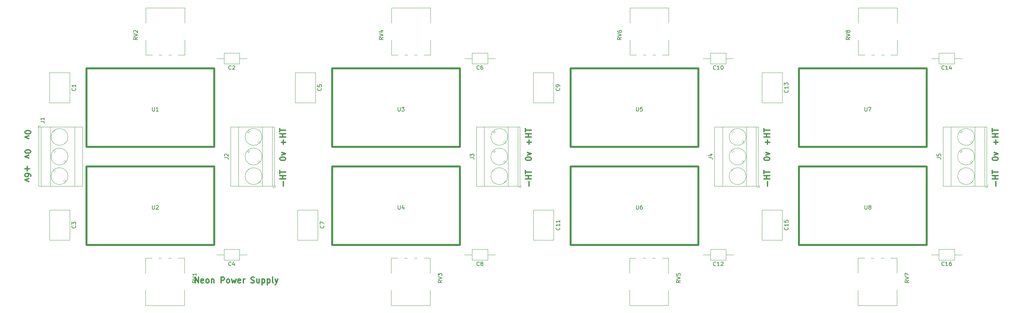
<source format=gbr>
G04 #@! TF.GenerationSoftware,KiCad,Pcbnew,(5.0.0)*
G04 #@! TF.CreationDate,2019-09-22T13:37:25+01:00*
G04 #@! TF.ProjectId,Display PSU,446973706C6179205053552E6B696361,rev?*
G04 #@! TF.SameCoordinates,Original*
G04 #@! TF.FileFunction,Legend,Top*
G04 #@! TF.FilePolarity,Positive*
%FSLAX46Y46*%
G04 Gerber Fmt 4.6, Leading zero omitted, Abs format (unit mm)*
G04 Created by KiCad (PCBNEW (5.0.0)) date 09/22/19 13:37:25*
%MOMM*%
%LPD*%
G01*
G04 APERTURE LIST*
%ADD10C,0.300000*%
%ADD11C,0.500000*%
%ADD12C,0.120000*%
%ADD13C,0.150000*%
G04 APERTURE END LIST*
D10*
X277943571Y-61602857D02*
X277943571Y-61460000D01*
X278015000Y-61317142D01*
X278086428Y-61245714D01*
X278229285Y-61174285D01*
X278515000Y-61102857D01*
X278872142Y-61102857D01*
X279157857Y-61174285D01*
X279300714Y-61245714D01*
X279372142Y-61317142D01*
X279443571Y-61460000D01*
X279443571Y-61602857D01*
X279372142Y-61745714D01*
X279300714Y-61817142D01*
X279157857Y-61888571D01*
X278872142Y-61960000D01*
X278515000Y-61960000D01*
X278229285Y-61888571D01*
X278086428Y-61817142D01*
X278015000Y-61745714D01*
X277943571Y-61602857D01*
X278443571Y-60602857D02*
X279443571Y-60245714D01*
X278443571Y-59888571D01*
X278872142Y-68603571D02*
X278872142Y-67460714D01*
X279443571Y-66746428D02*
X277943571Y-66746428D01*
X278657857Y-66746428D02*
X278657857Y-65889285D01*
X279443571Y-65889285D02*
X277943571Y-65889285D01*
X277943571Y-65389285D02*
X277943571Y-64532142D01*
X279443571Y-64960714D02*
X277943571Y-64960714D01*
X278872142Y-57808571D02*
X278872142Y-56665714D01*
X279443571Y-57237142D02*
X278300714Y-57237142D01*
X279443571Y-55951428D02*
X277943571Y-55951428D01*
X278657857Y-55951428D02*
X278657857Y-55094285D01*
X279443571Y-55094285D02*
X277943571Y-55094285D01*
X277943571Y-54594285D02*
X277943571Y-53737142D01*
X279443571Y-54165714D02*
X277943571Y-54165714D01*
X219817142Y-68603571D02*
X219817142Y-67460714D01*
X220388571Y-66746428D02*
X218888571Y-66746428D01*
X219602857Y-66746428D02*
X219602857Y-65889285D01*
X220388571Y-65889285D02*
X218888571Y-65889285D01*
X218888571Y-65389285D02*
X218888571Y-64532142D01*
X220388571Y-64960714D02*
X218888571Y-64960714D01*
X218888571Y-61602857D02*
X218888571Y-61460000D01*
X218960000Y-61317142D01*
X219031428Y-61245714D01*
X219174285Y-61174285D01*
X219460000Y-61102857D01*
X219817142Y-61102857D01*
X220102857Y-61174285D01*
X220245714Y-61245714D01*
X220317142Y-61317142D01*
X220388571Y-61460000D01*
X220388571Y-61602857D01*
X220317142Y-61745714D01*
X220245714Y-61817142D01*
X220102857Y-61888571D01*
X219817142Y-61960000D01*
X219460000Y-61960000D01*
X219174285Y-61888571D01*
X219031428Y-61817142D01*
X218960000Y-61745714D01*
X218888571Y-61602857D01*
X219388571Y-60602857D02*
X220388571Y-60245714D01*
X219388571Y-59888571D01*
X219817142Y-57808571D02*
X219817142Y-56665714D01*
X220388571Y-57237142D02*
X219245714Y-57237142D01*
X220388571Y-55951428D02*
X218888571Y-55951428D01*
X219602857Y-55951428D02*
X219602857Y-55094285D01*
X220388571Y-55094285D02*
X218888571Y-55094285D01*
X218888571Y-54594285D02*
X218888571Y-53737142D01*
X220388571Y-54165714D02*
X218888571Y-54165714D01*
X158222142Y-57808571D02*
X158222142Y-56665714D01*
X158793571Y-57237142D02*
X157650714Y-57237142D01*
X158793571Y-55951428D02*
X157293571Y-55951428D01*
X158007857Y-55951428D02*
X158007857Y-55094285D01*
X158793571Y-55094285D02*
X157293571Y-55094285D01*
X157293571Y-54594285D02*
X157293571Y-53737142D01*
X158793571Y-54165714D02*
X157293571Y-54165714D01*
X158222142Y-68603571D02*
X158222142Y-67460714D01*
X158793571Y-66746428D02*
X157293571Y-66746428D01*
X158007857Y-66746428D02*
X158007857Y-65889285D01*
X158793571Y-65889285D02*
X157293571Y-65889285D01*
X157293571Y-65389285D02*
X157293571Y-64532142D01*
X158793571Y-64960714D02*
X157293571Y-64960714D01*
X157293571Y-61602857D02*
X157293571Y-61460000D01*
X157365000Y-61317142D01*
X157436428Y-61245714D01*
X157579285Y-61174285D01*
X157865000Y-61102857D01*
X158222142Y-61102857D01*
X158507857Y-61174285D01*
X158650714Y-61245714D01*
X158722142Y-61317142D01*
X158793571Y-61460000D01*
X158793571Y-61602857D01*
X158722142Y-61745714D01*
X158650714Y-61817142D01*
X158507857Y-61888571D01*
X158222142Y-61960000D01*
X157865000Y-61960000D01*
X157579285Y-61888571D01*
X157436428Y-61817142D01*
X157365000Y-61745714D01*
X157293571Y-61602857D01*
X157793571Y-60602857D02*
X158793571Y-60245714D01*
X157793571Y-59888571D01*
X29396428Y-54602142D02*
X29396428Y-54745000D01*
X29325000Y-54887857D01*
X29253571Y-54959285D01*
X29110714Y-55030714D01*
X28825000Y-55102142D01*
X28467857Y-55102142D01*
X28182142Y-55030714D01*
X28039285Y-54959285D01*
X27967857Y-54887857D01*
X27896428Y-54745000D01*
X27896428Y-54602142D01*
X27967857Y-54459285D01*
X28039285Y-54387857D01*
X28182142Y-54316428D01*
X28467857Y-54245000D01*
X28825000Y-54245000D01*
X29110714Y-54316428D01*
X29253571Y-54387857D01*
X29325000Y-54459285D01*
X29396428Y-54602142D01*
X28896428Y-55602142D02*
X27896428Y-55959285D01*
X28896428Y-56316428D01*
X94722142Y-68603571D02*
X94722142Y-67460714D01*
X95293571Y-66746428D02*
X93793571Y-66746428D01*
X94507857Y-66746428D02*
X94507857Y-65889285D01*
X95293571Y-65889285D02*
X93793571Y-65889285D01*
X93793571Y-65389285D02*
X93793571Y-64532142D01*
X95293571Y-64960714D02*
X93793571Y-64960714D01*
X94722142Y-57808571D02*
X94722142Y-56665714D01*
X95293571Y-57237142D02*
X94150714Y-57237142D01*
X95293571Y-55951428D02*
X93793571Y-55951428D01*
X94507857Y-55951428D02*
X94507857Y-55094285D01*
X95293571Y-55094285D02*
X93793571Y-55094285D01*
X93793571Y-54594285D02*
X93793571Y-53737142D01*
X95293571Y-54165714D02*
X93793571Y-54165714D01*
X93793571Y-61602857D02*
X93793571Y-61460000D01*
X93865000Y-61317142D01*
X93936428Y-61245714D01*
X94079285Y-61174285D01*
X94365000Y-61102857D01*
X94722142Y-61102857D01*
X95007857Y-61174285D01*
X95150714Y-61245714D01*
X95222142Y-61317142D01*
X95293571Y-61460000D01*
X95293571Y-61602857D01*
X95222142Y-61745714D01*
X95150714Y-61817142D01*
X95007857Y-61888571D01*
X94722142Y-61960000D01*
X94365000Y-61960000D01*
X94079285Y-61888571D01*
X93936428Y-61817142D01*
X93865000Y-61745714D01*
X93793571Y-61602857D01*
X94293571Y-60602857D02*
X95293571Y-60245714D01*
X94293571Y-59888571D01*
X71887857Y-93678571D02*
X71887857Y-92178571D01*
X72745000Y-93678571D01*
X72745000Y-92178571D01*
X74030714Y-93607142D02*
X73887857Y-93678571D01*
X73602142Y-93678571D01*
X73459285Y-93607142D01*
X73387857Y-93464285D01*
X73387857Y-92892857D01*
X73459285Y-92750000D01*
X73602142Y-92678571D01*
X73887857Y-92678571D01*
X74030714Y-92750000D01*
X74102142Y-92892857D01*
X74102142Y-93035714D01*
X73387857Y-93178571D01*
X74959285Y-93678571D02*
X74816428Y-93607142D01*
X74745000Y-93535714D01*
X74673571Y-93392857D01*
X74673571Y-92964285D01*
X74745000Y-92821428D01*
X74816428Y-92750000D01*
X74959285Y-92678571D01*
X75173571Y-92678571D01*
X75316428Y-92750000D01*
X75387857Y-92821428D01*
X75459285Y-92964285D01*
X75459285Y-93392857D01*
X75387857Y-93535714D01*
X75316428Y-93607142D01*
X75173571Y-93678571D01*
X74959285Y-93678571D01*
X76102142Y-92678571D02*
X76102142Y-93678571D01*
X76102142Y-92821428D02*
X76173571Y-92750000D01*
X76316428Y-92678571D01*
X76530714Y-92678571D01*
X76673571Y-92750000D01*
X76745000Y-92892857D01*
X76745000Y-93678571D01*
X78602142Y-93678571D02*
X78602142Y-92178571D01*
X79173571Y-92178571D01*
X79316428Y-92250000D01*
X79387857Y-92321428D01*
X79459285Y-92464285D01*
X79459285Y-92678571D01*
X79387857Y-92821428D01*
X79316428Y-92892857D01*
X79173571Y-92964285D01*
X78602142Y-92964285D01*
X80316428Y-93678571D02*
X80173571Y-93607142D01*
X80102142Y-93535714D01*
X80030714Y-93392857D01*
X80030714Y-92964285D01*
X80102142Y-92821428D01*
X80173571Y-92750000D01*
X80316428Y-92678571D01*
X80530714Y-92678571D01*
X80673571Y-92750000D01*
X80745000Y-92821428D01*
X80816428Y-92964285D01*
X80816428Y-93392857D01*
X80745000Y-93535714D01*
X80673571Y-93607142D01*
X80530714Y-93678571D01*
X80316428Y-93678571D01*
X81316428Y-92678571D02*
X81602142Y-93678571D01*
X81887857Y-92964285D01*
X82173571Y-93678571D01*
X82459285Y-92678571D01*
X83602142Y-93607142D02*
X83459285Y-93678571D01*
X83173571Y-93678571D01*
X83030714Y-93607142D01*
X82959285Y-93464285D01*
X82959285Y-92892857D01*
X83030714Y-92750000D01*
X83173571Y-92678571D01*
X83459285Y-92678571D01*
X83602142Y-92750000D01*
X83673571Y-92892857D01*
X83673571Y-93035714D01*
X82959285Y-93178571D01*
X84316428Y-93678571D02*
X84316428Y-92678571D01*
X84316428Y-92964285D02*
X84387857Y-92821428D01*
X84459285Y-92750000D01*
X84602142Y-92678571D01*
X84745000Y-92678571D01*
X86316428Y-93607142D02*
X86530714Y-93678571D01*
X86887857Y-93678571D01*
X87030714Y-93607142D01*
X87102142Y-93535714D01*
X87173571Y-93392857D01*
X87173571Y-93250000D01*
X87102142Y-93107142D01*
X87030714Y-93035714D01*
X86887857Y-92964285D01*
X86602142Y-92892857D01*
X86459285Y-92821428D01*
X86387857Y-92750000D01*
X86316428Y-92607142D01*
X86316428Y-92464285D01*
X86387857Y-92321428D01*
X86459285Y-92250000D01*
X86602142Y-92178571D01*
X86959285Y-92178571D01*
X87173571Y-92250000D01*
X88459285Y-92678571D02*
X88459285Y-93678571D01*
X87816428Y-92678571D02*
X87816428Y-93464285D01*
X87887857Y-93607142D01*
X88030714Y-93678571D01*
X88245000Y-93678571D01*
X88387857Y-93607142D01*
X88459285Y-93535714D01*
X89173571Y-92678571D02*
X89173571Y-94178571D01*
X89173571Y-92750000D02*
X89316428Y-92678571D01*
X89602142Y-92678571D01*
X89745000Y-92750000D01*
X89816428Y-92821428D01*
X89887857Y-92964285D01*
X89887857Y-93392857D01*
X89816428Y-93535714D01*
X89745000Y-93607142D01*
X89602142Y-93678571D01*
X89316428Y-93678571D01*
X89173571Y-93607142D01*
X90530714Y-92678571D02*
X90530714Y-94178571D01*
X90530714Y-92750000D02*
X90673571Y-92678571D01*
X90959285Y-92678571D01*
X91102142Y-92750000D01*
X91173571Y-92821428D01*
X91245000Y-92964285D01*
X91245000Y-93392857D01*
X91173571Y-93535714D01*
X91102142Y-93607142D01*
X90959285Y-93678571D01*
X90673571Y-93678571D01*
X90530714Y-93607142D01*
X92102142Y-93678571D02*
X91959285Y-93607142D01*
X91887857Y-93464285D01*
X91887857Y-92178571D01*
X92530714Y-92678571D02*
X92887857Y-93678571D01*
X93245000Y-92678571D02*
X92887857Y-93678571D01*
X92745000Y-94035714D01*
X92673571Y-94107142D01*
X92530714Y-94178571D01*
X29396428Y-59607142D02*
X29396428Y-59750000D01*
X29325000Y-59892857D01*
X29253571Y-59964285D01*
X29110714Y-60035714D01*
X28825000Y-60107142D01*
X28467857Y-60107142D01*
X28182142Y-60035714D01*
X28039285Y-59964285D01*
X27967857Y-59892857D01*
X27896428Y-59750000D01*
X27896428Y-59607142D01*
X27967857Y-59464285D01*
X28039285Y-59392857D01*
X28182142Y-59321428D01*
X28467857Y-59250000D01*
X28825000Y-59250000D01*
X29110714Y-59321428D01*
X29253571Y-59392857D01*
X29325000Y-59464285D01*
X29396428Y-59607142D01*
X28896428Y-60607142D02*
X27896428Y-60964285D01*
X28896428Y-61321428D01*
X28467857Y-63547857D02*
X28467857Y-64690714D01*
X27896428Y-64119285D02*
X29039285Y-64119285D01*
X29396428Y-66047857D02*
X29396428Y-65762142D01*
X29325000Y-65619285D01*
X29253571Y-65547857D01*
X29039285Y-65405000D01*
X28753571Y-65333571D01*
X28182142Y-65333571D01*
X28039285Y-65405000D01*
X27967857Y-65476428D01*
X27896428Y-65619285D01*
X27896428Y-65905000D01*
X27967857Y-66047857D01*
X28039285Y-66119285D01*
X28182142Y-66190714D01*
X28539285Y-66190714D01*
X28682142Y-66119285D01*
X28753571Y-66047857D01*
X28825000Y-65905000D01*
X28825000Y-65619285D01*
X28753571Y-65476428D01*
X28682142Y-65405000D01*
X28539285Y-65333571D01*
X28896428Y-66690714D02*
X27896428Y-67047857D01*
X28896428Y-67405000D01*
D11*
G04 #@! TO.C,U1*
X43815000Y-58420000D02*
X43815000Y-38100000D01*
X76835000Y-58420000D02*
X43815000Y-58420000D01*
X76835000Y-38100000D02*
X76835000Y-58420000D01*
X43815000Y-38100000D02*
X76835000Y-38100000D01*
G04 #@! TO.C,U2*
X43815000Y-83820000D02*
X43815000Y-63500000D01*
X76835000Y-83820000D02*
X43815000Y-83820000D01*
X76835000Y-63500000D02*
X76835000Y-83820000D01*
X43815000Y-63500000D02*
X76835000Y-63500000D01*
D12*
G04 #@! TO.C,RV1*
X69116000Y-87240000D02*
X69116000Y-91177000D01*
X69116000Y-95544000D02*
X69116000Y-99480000D01*
X59075000Y-87240000D02*
X59075000Y-91177000D01*
X59075000Y-95544000D02*
X59075000Y-99480000D01*
X69116000Y-87240000D02*
X67466000Y-87240000D01*
X65724000Y-87240000D02*
X64965000Y-87240000D01*
X63224000Y-87240000D02*
X62465000Y-87240000D01*
X60725000Y-87240000D02*
X59075000Y-87240000D01*
X69116000Y-99480000D02*
X59075000Y-99480000D01*
G04 #@! TO.C,C2*
X83380000Y-36980000D02*
X83380000Y-34140000D01*
X83380000Y-34140000D02*
X79340000Y-34140000D01*
X79340000Y-34140000D02*
X79340000Y-36980000D01*
X79340000Y-36980000D02*
X83380000Y-36980000D01*
X85320000Y-35560000D02*
X83380000Y-35560000D01*
X77400000Y-35560000D02*
X79340000Y-35560000D01*
G04 #@! TO.C,C4*
X77400000Y-86360000D02*
X79340000Y-86360000D01*
X85320000Y-86360000D02*
X83380000Y-86360000D01*
X79340000Y-87780000D02*
X83380000Y-87780000D01*
X79340000Y-84940000D02*
X79340000Y-87780000D01*
X83380000Y-84940000D02*
X79340000Y-84940000D01*
X83380000Y-87780000D02*
X83380000Y-84940000D01*
G04 #@! TO.C,J1*
X39010000Y-55880000D02*
G75*
G03X39010000Y-55880000I-2180000J0D01*
G01*
X39010000Y-60960000D02*
G75*
G03X39010000Y-60960000I-2180000J0D01*
G01*
X39010000Y-66040000D02*
G75*
G03X39010000Y-66040000I-2180000J0D01*
G01*
X32030000Y-53280000D02*
X32030000Y-68640000D01*
X34530000Y-53280000D02*
X34530000Y-68640000D01*
X40730000Y-53280000D02*
X40730000Y-68640000D01*
X42790000Y-53280000D02*
X42790000Y-68640000D01*
X31470000Y-53280000D02*
X31470000Y-68640000D01*
X42790000Y-53280000D02*
X31470000Y-53280000D01*
X42790000Y-68640000D02*
X31470000Y-68640000D01*
X38218000Y-57534000D02*
X38111000Y-57427000D01*
X35283000Y-54598000D02*
X35176000Y-54492000D01*
X38484000Y-57268000D02*
X38377000Y-57161000D01*
X35549000Y-54332000D02*
X35442000Y-54226000D01*
X38218000Y-62614000D02*
X37822000Y-62219000D01*
X35556000Y-59953000D02*
X35176000Y-59573000D01*
X38484000Y-62348000D02*
X38104000Y-61968000D01*
X35838000Y-59702000D02*
X35442000Y-59307000D01*
X38218000Y-67694000D02*
X37822000Y-67299000D01*
X35556000Y-65033000D02*
X35176000Y-64653000D01*
X38484000Y-67428000D02*
X38104000Y-67048000D01*
X35838000Y-64782000D02*
X35442000Y-64387000D01*
X31970000Y-53040000D02*
X31230000Y-53040000D01*
X31230000Y-53040000D02*
X31230000Y-53540000D01*
G04 #@! TO.C,J2*
X92595000Y-68880000D02*
X92595000Y-68380000D01*
X91855000Y-68880000D02*
X92595000Y-68880000D01*
X87987000Y-57138000D02*
X88383000Y-57533000D01*
X85341000Y-54492000D02*
X85721000Y-54872000D01*
X88269000Y-56887000D02*
X88649000Y-57267000D01*
X85607000Y-54226000D02*
X86003000Y-54621000D01*
X87987000Y-62218000D02*
X88383000Y-62613000D01*
X85341000Y-59572000D02*
X85721000Y-59952000D01*
X88269000Y-61967000D02*
X88649000Y-62347000D01*
X85607000Y-59306000D02*
X86003000Y-59701000D01*
X88276000Y-67588000D02*
X88383000Y-67694000D01*
X85341000Y-64652000D02*
X85448000Y-64759000D01*
X88542000Y-67322000D02*
X88649000Y-67428000D01*
X85607000Y-64386000D02*
X85714000Y-64493000D01*
X81035000Y-53280000D02*
X92355000Y-53280000D01*
X81035000Y-68640000D02*
X92355000Y-68640000D01*
X92355000Y-68640000D02*
X92355000Y-53280000D01*
X81035000Y-68640000D02*
X81035000Y-53280000D01*
X83095000Y-68640000D02*
X83095000Y-53280000D01*
X89295000Y-68640000D02*
X89295000Y-53280000D01*
X91795000Y-68640000D02*
X91795000Y-53280000D01*
X89175000Y-55880000D02*
G75*
G03X89175000Y-55880000I-2180000J0D01*
G01*
X89175000Y-60960000D02*
G75*
G03X89175000Y-60960000I-2180000J0D01*
G01*
X89175000Y-66040000D02*
G75*
G03X89175000Y-66040000I-2180000J0D01*
G01*
G04 #@! TO.C,C1*
X39450000Y-39270000D02*
X39450000Y-47010000D01*
X34210000Y-39270000D02*
X34210000Y-47010000D01*
X39450000Y-39270000D02*
X34210000Y-39270000D01*
X39450000Y-47010000D02*
X34210000Y-47010000D01*
G04 #@! TO.C,C3*
X39450000Y-82570000D02*
X34210000Y-82570000D01*
X39450000Y-74830000D02*
X34210000Y-74830000D01*
X34210000Y-74830000D02*
X34210000Y-82570000D01*
X39450000Y-74830000D02*
X39450000Y-82570000D01*
G04 #@! TO.C,RV2*
X59154000Y-34680000D02*
X59154000Y-30743000D01*
X59154000Y-26376000D02*
X59154000Y-22440000D01*
X69195000Y-34680000D02*
X69195000Y-30743000D01*
X69195000Y-26376000D02*
X69195000Y-22440000D01*
X59154000Y-34680000D02*
X60804000Y-34680000D01*
X62546000Y-34680000D02*
X63305000Y-34680000D01*
X65046000Y-34680000D02*
X65805000Y-34680000D01*
X67545000Y-34680000D02*
X69195000Y-34680000D01*
X59154000Y-22440000D02*
X69195000Y-22440000D01*
G04 #@! TO.C,C5*
X102950000Y-39270000D02*
X102950000Y-47010000D01*
X97710000Y-39270000D02*
X97710000Y-47010000D01*
X102950000Y-39270000D02*
X97710000Y-39270000D01*
X102950000Y-47010000D02*
X97710000Y-47010000D01*
G04 #@! TO.C,C6*
X141535000Y-35560000D02*
X143475000Y-35560000D01*
X149455000Y-35560000D02*
X147515000Y-35560000D01*
X143475000Y-36980000D02*
X147515000Y-36980000D01*
X143475000Y-34140000D02*
X143475000Y-36980000D01*
X147515000Y-34140000D02*
X143475000Y-34140000D01*
X147515000Y-36980000D02*
X147515000Y-34140000D01*
G04 #@! TO.C,C7*
X103585000Y-82570000D02*
X98345000Y-82570000D01*
X103585000Y-74830000D02*
X98345000Y-74830000D01*
X98345000Y-74830000D02*
X98345000Y-82570000D01*
X103585000Y-74830000D02*
X103585000Y-82570000D01*
G04 #@! TO.C,C8*
X147515000Y-87780000D02*
X147515000Y-84940000D01*
X147515000Y-84940000D02*
X143475000Y-84940000D01*
X143475000Y-84940000D02*
X143475000Y-87780000D01*
X143475000Y-87780000D02*
X147515000Y-87780000D01*
X149455000Y-86360000D02*
X147515000Y-86360000D01*
X141535000Y-86360000D02*
X143475000Y-86360000D01*
G04 #@! TO.C,C9*
X164545000Y-47010000D02*
X159305000Y-47010000D01*
X164545000Y-39270000D02*
X159305000Y-39270000D01*
X159305000Y-39270000D02*
X159305000Y-47010000D01*
X164545000Y-39270000D02*
X164545000Y-47010000D01*
G04 #@! TO.C,C10*
X209110000Y-36980000D02*
X209110000Y-34140000D01*
X209110000Y-34140000D02*
X205070000Y-34140000D01*
X205070000Y-34140000D02*
X205070000Y-36980000D01*
X205070000Y-36980000D02*
X209110000Y-36980000D01*
X211050000Y-35560000D02*
X209110000Y-35560000D01*
X203130000Y-35560000D02*
X205070000Y-35560000D01*
G04 #@! TO.C,C11*
X164545000Y-74830000D02*
X164545000Y-82570000D01*
X159305000Y-74830000D02*
X159305000Y-82570000D01*
X164545000Y-74830000D02*
X159305000Y-74830000D01*
X164545000Y-82570000D02*
X159305000Y-82570000D01*
G04 #@! TO.C,C12*
X203130000Y-86360000D02*
X205070000Y-86360000D01*
X211050000Y-86360000D02*
X209110000Y-86360000D01*
X205070000Y-87780000D02*
X209110000Y-87780000D01*
X205070000Y-84940000D02*
X205070000Y-87780000D01*
X209110000Y-84940000D02*
X205070000Y-84940000D01*
X209110000Y-87780000D02*
X209110000Y-84940000D01*
G04 #@! TO.C,C13*
X223600000Y-39270000D02*
X223600000Y-47010000D01*
X218360000Y-39270000D02*
X218360000Y-47010000D01*
X223600000Y-39270000D02*
X218360000Y-39270000D01*
X223600000Y-47010000D02*
X218360000Y-47010000D01*
G04 #@! TO.C,C14*
X262185000Y-35560000D02*
X264125000Y-35560000D01*
X270105000Y-35560000D02*
X268165000Y-35560000D01*
X264125000Y-36980000D02*
X268165000Y-36980000D01*
X264125000Y-34140000D02*
X264125000Y-36980000D01*
X268165000Y-34140000D02*
X264125000Y-34140000D01*
X268165000Y-36980000D02*
X268165000Y-34140000D01*
G04 #@! TO.C,C15*
X223600000Y-82570000D02*
X218360000Y-82570000D01*
X223600000Y-74830000D02*
X218360000Y-74830000D01*
X218360000Y-74830000D02*
X218360000Y-82570000D01*
X223600000Y-74830000D02*
X223600000Y-82570000D01*
G04 #@! TO.C,C16*
X268165000Y-87780000D02*
X268165000Y-84940000D01*
X268165000Y-84940000D02*
X264125000Y-84940000D01*
X264125000Y-84940000D02*
X264125000Y-87780000D01*
X264125000Y-87780000D02*
X268165000Y-87780000D01*
X270105000Y-86360000D02*
X268165000Y-86360000D01*
X262185000Y-86360000D02*
X264125000Y-86360000D01*
G04 #@! TO.C,J3*
X152675000Y-66040000D02*
G75*
G03X152675000Y-66040000I-2180000J0D01*
G01*
X152675000Y-60960000D02*
G75*
G03X152675000Y-60960000I-2180000J0D01*
G01*
X152675000Y-55880000D02*
G75*
G03X152675000Y-55880000I-2180000J0D01*
G01*
X155295000Y-68640000D02*
X155295000Y-53280000D01*
X152795000Y-68640000D02*
X152795000Y-53280000D01*
X146595000Y-68640000D02*
X146595000Y-53280000D01*
X144535000Y-68640000D02*
X144535000Y-53280000D01*
X155855000Y-68640000D02*
X155855000Y-53280000D01*
X144535000Y-68640000D02*
X155855000Y-68640000D01*
X144535000Y-53280000D02*
X155855000Y-53280000D01*
X149107000Y-64386000D02*
X149214000Y-64493000D01*
X152042000Y-67322000D02*
X152149000Y-67428000D01*
X148841000Y-64652000D02*
X148948000Y-64759000D01*
X151776000Y-67588000D02*
X151883000Y-67694000D01*
X149107000Y-59306000D02*
X149503000Y-59701000D01*
X151769000Y-61967000D02*
X152149000Y-62347000D01*
X148841000Y-59572000D02*
X149221000Y-59952000D01*
X151487000Y-62218000D02*
X151883000Y-62613000D01*
X149107000Y-54226000D02*
X149503000Y-54621000D01*
X151769000Y-56887000D02*
X152149000Y-57267000D01*
X148841000Y-54492000D02*
X149221000Y-54872000D01*
X151487000Y-57138000D02*
X151883000Y-57533000D01*
X155355000Y-68880000D02*
X156095000Y-68880000D01*
X156095000Y-68880000D02*
X156095000Y-68380000D01*
G04 #@! TO.C,J4*
X217690000Y-68880000D02*
X217690000Y-68380000D01*
X216950000Y-68880000D02*
X217690000Y-68880000D01*
X213082000Y-57138000D02*
X213478000Y-57533000D01*
X210436000Y-54492000D02*
X210816000Y-54872000D01*
X213364000Y-56887000D02*
X213744000Y-57267000D01*
X210702000Y-54226000D02*
X211098000Y-54621000D01*
X213082000Y-62218000D02*
X213478000Y-62613000D01*
X210436000Y-59572000D02*
X210816000Y-59952000D01*
X213364000Y-61967000D02*
X213744000Y-62347000D01*
X210702000Y-59306000D02*
X211098000Y-59701000D01*
X213371000Y-67588000D02*
X213478000Y-67694000D01*
X210436000Y-64652000D02*
X210543000Y-64759000D01*
X213637000Y-67322000D02*
X213744000Y-67428000D01*
X210702000Y-64386000D02*
X210809000Y-64493000D01*
X206130000Y-53280000D02*
X217450000Y-53280000D01*
X206130000Y-68640000D02*
X217450000Y-68640000D01*
X217450000Y-68640000D02*
X217450000Y-53280000D01*
X206130000Y-68640000D02*
X206130000Y-53280000D01*
X208190000Y-68640000D02*
X208190000Y-53280000D01*
X214390000Y-68640000D02*
X214390000Y-53280000D01*
X216890000Y-68640000D02*
X216890000Y-53280000D01*
X214270000Y-55880000D02*
G75*
G03X214270000Y-55880000I-2180000J0D01*
G01*
X214270000Y-60960000D02*
G75*
G03X214270000Y-60960000I-2180000J0D01*
G01*
X214270000Y-66040000D02*
G75*
G03X214270000Y-66040000I-2180000J0D01*
G01*
G04 #@! TO.C,J5*
X273325000Y-66040000D02*
G75*
G03X273325000Y-66040000I-2180000J0D01*
G01*
X273325000Y-60960000D02*
G75*
G03X273325000Y-60960000I-2180000J0D01*
G01*
X273325000Y-55880000D02*
G75*
G03X273325000Y-55880000I-2180000J0D01*
G01*
X275945000Y-68640000D02*
X275945000Y-53280000D01*
X273445000Y-68640000D02*
X273445000Y-53280000D01*
X267245000Y-68640000D02*
X267245000Y-53280000D01*
X265185000Y-68640000D02*
X265185000Y-53280000D01*
X276505000Y-68640000D02*
X276505000Y-53280000D01*
X265185000Y-68640000D02*
X276505000Y-68640000D01*
X265185000Y-53280000D02*
X276505000Y-53280000D01*
X269757000Y-64386000D02*
X269864000Y-64493000D01*
X272692000Y-67322000D02*
X272799000Y-67428000D01*
X269491000Y-64652000D02*
X269598000Y-64759000D01*
X272426000Y-67588000D02*
X272533000Y-67694000D01*
X269757000Y-59306000D02*
X270153000Y-59701000D01*
X272419000Y-61967000D02*
X272799000Y-62347000D01*
X269491000Y-59572000D02*
X269871000Y-59952000D01*
X272137000Y-62218000D02*
X272533000Y-62613000D01*
X269757000Y-54226000D02*
X270153000Y-54621000D01*
X272419000Y-56887000D02*
X272799000Y-57267000D01*
X269491000Y-54492000D02*
X269871000Y-54872000D01*
X272137000Y-57138000D02*
X272533000Y-57533000D01*
X276005000Y-68880000D02*
X276745000Y-68880000D01*
X276745000Y-68880000D02*
X276745000Y-68380000D01*
G04 #@! TO.C,RV3*
X132616000Y-99480000D02*
X122575000Y-99480000D01*
X124225000Y-87240000D02*
X122575000Y-87240000D01*
X126724000Y-87240000D02*
X125965000Y-87240000D01*
X129224000Y-87240000D02*
X128465000Y-87240000D01*
X132616000Y-87240000D02*
X130966000Y-87240000D01*
X122575000Y-95544000D02*
X122575000Y-99480000D01*
X122575000Y-87240000D02*
X122575000Y-91177000D01*
X132616000Y-95544000D02*
X132616000Y-99480000D01*
X132616000Y-87240000D02*
X132616000Y-91177000D01*
G04 #@! TO.C,RV4*
X122654000Y-34680000D02*
X122654000Y-30743000D01*
X122654000Y-26376000D02*
X122654000Y-22440000D01*
X132695000Y-34680000D02*
X132695000Y-30743000D01*
X132695000Y-26376000D02*
X132695000Y-22440000D01*
X122654000Y-34680000D02*
X124304000Y-34680000D01*
X126046000Y-34680000D02*
X126805000Y-34680000D01*
X128546000Y-34680000D02*
X129305000Y-34680000D01*
X131045000Y-34680000D02*
X132695000Y-34680000D01*
X122654000Y-22440000D02*
X132695000Y-22440000D01*
G04 #@! TO.C,RV5*
X194211000Y-87240000D02*
X194211000Y-91177000D01*
X194211000Y-95544000D02*
X194211000Y-99480000D01*
X184170000Y-87240000D02*
X184170000Y-91177000D01*
X184170000Y-95544000D02*
X184170000Y-99480000D01*
X194211000Y-87240000D02*
X192561000Y-87240000D01*
X190819000Y-87240000D02*
X190060000Y-87240000D01*
X188319000Y-87240000D02*
X187560000Y-87240000D01*
X185820000Y-87240000D02*
X184170000Y-87240000D01*
X194211000Y-99480000D02*
X184170000Y-99480000D01*
G04 #@! TO.C,RV6*
X184249000Y-22440000D02*
X194290000Y-22440000D01*
X192640000Y-34680000D02*
X194290000Y-34680000D01*
X190141000Y-34680000D02*
X190900000Y-34680000D01*
X187641000Y-34680000D02*
X188400000Y-34680000D01*
X184249000Y-34680000D02*
X185899000Y-34680000D01*
X194290000Y-26376000D02*
X194290000Y-22440000D01*
X194290000Y-34680000D02*
X194290000Y-30743000D01*
X184249000Y-26376000D02*
X184249000Y-22440000D01*
X184249000Y-34680000D02*
X184249000Y-30743000D01*
G04 #@! TO.C,RV7*
X253266000Y-87240000D02*
X253266000Y-91177000D01*
X253266000Y-95544000D02*
X253266000Y-99480000D01*
X243225000Y-87240000D02*
X243225000Y-91177000D01*
X243225000Y-95544000D02*
X243225000Y-99480000D01*
X253266000Y-87240000D02*
X251616000Y-87240000D01*
X249874000Y-87240000D02*
X249115000Y-87240000D01*
X247374000Y-87240000D02*
X246615000Y-87240000D01*
X244875000Y-87240000D02*
X243225000Y-87240000D01*
X253266000Y-99480000D02*
X243225000Y-99480000D01*
G04 #@! TO.C,RV8*
X243304000Y-22440000D02*
X253345000Y-22440000D01*
X251695000Y-34680000D02*
X253345000Y-34680000D01*
X249196000Y-34680000D02*
X249955000Y-34680000D01*
X246696000Y-34680000D02*
X247455000Y-34680000D01*
X243304000Y-34680000D02*
X244954000Y-34680000D01*
X253345000Y-26376000D02*
X253345000Y-22440000D01*
X253345000Y-34680000D02*
X253345000Y-30743000D01*
X243304000Y-26376000D02*
X243304000Y-22440000D01*
X243304000Y-34680000D02*
X243304000Y-30743000D01*
D11*
G04 #@! TO.C,U3*
X107315000Y-38100000D02*
X140335000Y-38100000D01*
X140335000Y-38100000D02*
X140335000Y-58420000D01*
X140335000Y-58420000D02*
X107315000Y-58420000D01*
X107315000Y-58420000D02*
X107315000Y-38100000D01*
G04 #@! TO.C,U4*
X107315000Y-83820000D02*
X107315000Y-63500000D01*
X140335000Y-83820000D02*
X107315000Y-83820000D01*
X140335000Y-63500000D02*
X140335000Y-83820000D01*
X107315000Y-63500000D02*
X140335000Y-63500000D01*
G04 #@! TO.C,U5*
X168910000Y-58420000D02*
X168910000Y-38100000D01*
X201930000Y-58420000D02*
X168910000Y-58420000D01*
X201930000Y-38100000D02*
X201930000Y-58420000D01*
X168910000Y-38100000D02*
X201930000Y-38100000D01*
G04 #@! TO.C,U6*
X168910000Y-63500000D02*
X201930000Y-63500000D01*
X201930000Y-63500000D02*
X201930000Y-83820000D01*
X201930000Y-83820000D02*
X168910000Y-83820000D01*
X168910000Y-83820000D02*
X168910000Y-63500000D01*
G04 #@! TO.C,U7*
X227965000Y-58420000D02*
X227965000Y-38100000D01*
X260985000Y-58420000D02*
X227965000Y-58420000D01*
X260985000Y-38100000D02*
X260985000Y-58420000D01*
X227965000Y-38100000D02*
X260985000Y-38100000D01*
G04 #@! TO.C,U8*
X227965000Y-63500000D02*
X260985000Y-63500000D01*
X260985000Y-63500000D02*
X260985000Y-83820000D01*
X260985000Y-83820000D02*
X227965000Y-83820000D01*
X227965000Y-83820000D02*
X227965000Y-63500000D01*
G04 #@! TO.C,U1*
D13*
X60833095Y-48212380D02*
X60833095Y-49021904D01*
X60880714Y-49117142D01*
X60928333Y-49164761D01*
X61023571Y-49212380D01*
X61214047Y-49212380D01*
X61309285Y-49164761D01*
X61356904Y-49117142D01*
X61404523Y-49021904D01*
X61404523Y-48212380D01*
X62404523Y-49212380D02*
X61833095Y-49212380D01*
X62118809Y-49212380D02*
X62118809Y-48212380D01*
X62023571Y-48355238D01*
X61928333Y-48450476D01*
X61833095Y-48498095D01*
G04 #@! TO.C,U2*
X60833095Y-73612380D02*
X60833095Y-74421904D01*
X60880714Y-74517142D01*
X60928333Y-74564761D01*
X61023571Y-74612380D01*
X61214047Y-74612380D01*
X61309285Y-74564761D01*
X61356904Y-74517142D01*
X61404523Y-74421904D01*
X61404523Y-73612380D01*
X61833095Y-73707619D02*
X61880714Y-73660000D01*
X61975952Y-73612380D01*
X62214047Y-73612380D01*
X62309285Y-73660000D01*
X62356904Y-73707619D01*
X62404523Y-73802857D01*
X62404523Y-73898095D01*
X62356904Y-74040952D01*
X61785476Y-74612380D01*
X62404523Y-74612380D01*
G04 #@! TO.C,RV1*
X72197380Y-93005238D02*
X71721190Y-93338571D01*
X72197380Y-93576666D02*
X71197380Y-93576666D01*
X71197380Y-93195714D01*
X71245000Y-93100476D01*
X71292619Y-93052857D01*
X71387857Y-93005238D01*
X71530714Y-93005238D01*
X71625952Y-93052857D01*
X71673571Y-93100476D01*
X71721190Y-93195714D01*
X71721190Y-93576666D01*
X71197380Y-92719523D02*
X72197380Y-92386190D01*
X71197380Y-92052857D01*
X72197380Y-91195714D02*
X72197380Y-91767142D01*
X72197380Y-91481428D02*
X71197380Y-91481428D01*
X71340238Y-91576666D01*
X71435476Y-91671904D01*
X71483095Y-91767142D01*
G04 #@! TO.C,C2*
X81193333Y-38337142D02*
X81145714Y-38384761D01*
X81002857Y-38432380D01*
X80907619Y-38432380D01*
X80764761Y-38384761D01*
X80669523Y-38289523D01*
X80621904Y-38194285D01*
X80574285Y-38003809D01*
X80574285Y-37860952D01*
X80621904Y-37670476D01*
X80669523Y-37575238D01*
X80764761Y-37480000D01*
X80907619Y-37432380D01*
X81002857Y-37432380D01*
X81145714Y-37480000D01*
X81193333Y-37527619D01*
X81574285Y-37527619D02*
X81621904Y-37480000D01*
X81717142Y-37432380D01*
X81955238Y-37432380D01*
X82050476Y-37480000D01*
X82098095Y-37527619D01*
X82145714Y-37622857D01*
X82145714Y-37718095D01*
X82098095Y-37860952D01*
X81526666Y-38432380D01*
X82145714Y-38432380D01*
G04 #@! TO.C,C4*
X81193333Y-89137142D02*
X81145714Y-89184761D01*
X81002857Y-89232380D01*
X80907619Y-89232380D01*
X80764761Y-89184761D01*
X80669523Y-89089523D01*
X80621904Y-88994285D01*
X80574285Y-88803809D01*
X80574285Y-88660952D01*
X80621904Y-88470476D01*
X80669523Y-88375238D01*
X80764761Y-88280000D01*
X80907619Y-88232380D01*
X81002857Y-88232380D01*
X81145714Y-88280000D01*
X81193333Y-88327619D01*
X82050476Y-88565714D02*
X82050476Y-89232380D01*
X81812380Y-88184761D02*
X81574285Y-88899047D01*
X82193333Y-88899047D01*
G04 #@! TO.C,J1*
X31913580Y-51920733D02*
X32627866Y-51920733D01*
X32770723Y-51968352D01*
X32865961Y-52063590D01*
X32913580Y-52206447D01*
X32913580Y-52301685D01*
X32913580Y-50920733D02*
X32913580Y-51492161D01*
X32913580Y-51206447D02*
X31913580Y-51206447D01*
X32056438Y-51301685D01*
X32151676Y-51396923D01*
X32199295Y-51492161D01*
G04 #@! TO.C,J2*
X79487380Y-61293333D02*
X80201666Y-61293333D01*
X80344523Y-61340952D01*
X80439761Y-61436190D01*
X80487380Y-61579047D01*
X80487380Y-61674285D01*
X79582619Y-60864761D02*
X79535000Y-60817142D01*
X79487380Y-60721904D01*
X79487380Y-60483809D01*
X79535000Y-60388571D01*
X79582619Y-60340952D01*
X79677857Y-60293333D01*
X79773095Y-60293333D01*
X79915952Y-60340952D01*
X80487380Y-60912380D01*
X80487380Y-60293333D01*
G04 #@! TO.C,C1*
X40937142Y-43306666D02*
X40984761Y-43354285D01*
X41032380Y-43497142D01*
X41032380Y-43592380D01*
X40984761Y-43735238D01*
X40889523Y-43830476D01*
X40794285Y-43878095D01*
X40603809Y-43925714D01*
X40460952Y-43925714D01*
X40270476Y-43878095D01*
X40175238Y-43830476D01*
X40080000Y-43735238D01*
X40032380Y-43592380D01*
X40032380Y-43497142D01*
X40080000Y-43354285D01*
X40127619Y-43306666D01*
X41032380Y-42354285D02*
X41032380Y-42925714D01*
X41032380Y-42640000D02*
X40032380Y-42640000D01*
X40175238Y-42735238D01*
X40270476Y-42830476D01*
X40318095Y-42925714D01*
G04 #@! TO.C,C3*
X40937142Y-78866666D02*
X40984761Y-78914285D01*
X41032380Y-79057142D01*
X41032380Y-79152380D01*
X40984761Y-79295238D01*
X40889523Y-79390476D01*
X40794285Y-79438095D01*
X40603809Y-79485714D01*
X40460952Y-79485714D01*
X40270476Y-79438095D01*
X40175238Y-79390476D01*
X40080000Y-79295238D01*
X40032380Y-79152380D01*
X40032380Y-79057142D01*
X40080000Y-78914285D01*
X40127619Y-78866666D01*
X40032380Y-78533333D02*
X40032380Y-77914285D01*
X40413333Y-78247619D01*
X40413333Y-78104761D01*
X40460952Y-78009523D01*
X40508571Y-77961904D01*
X40603809Y-77914285D01*
X40841904Y-77914285D01*
X40937142Y-77961904D01*
X40984761Y-78009523D01*
X41032380Y-78104761D01*
X41032380Y-78390476D01*
X40984761Y-78485714D01*
X40937142Y-78533333D01*
G04 #@! TO.C,RV2*
X56977380Y-30105238D02*
X56501190Y-30438571D01*
X56977380Y-30676666D02*
X55977380Y-30676666D01*
X55977380Y-30295714D01*
X56025000Y-30200476D01*
X56072619Y-30152857D01*
X56167857Y-30105238D01*
X56310714Y-30105238D01*
X56405952Y-30152857D01*
X56453571Y-30200476D01*
X56501190Y-30295714D01*
X56501190Y-30676666D01*
X55977380Y-29819523D02*
X56977380Y-29486190D01*
X55977380Y-29152857D01*
X56072619Y-28867142D02*
X56025000Y-28819523D01*
X55977380Y-28724285D01*
X55977380Y-28486190D01*
X56025000Y-28390952D01*
X56072619Y-28343333D01*
X56167857Y-28295714D01*
X56263095Y-28295714D01*
X56405952Y-28343333D01*
X56977380Y-28914761D01*
X56977380Y-28295714D01*
G04 #@! TO.C,C5*
X104437142Y-43306666D02*
X104484761Y-43354285D01*
X104532380Y-43497142D01*
X104532380Y-43592380D01*
X104484761Y-43735238D01*
X104389523Y-43830476D01*
X104294285Y-43878095D01*
X104103809Y-43925714D01*
X103960952Y-43925714D01*
X103770476Y-43878095D01*
X103675238Y-43830476D01*
X103580000Y-43735238D01*
X103532380Y-43592380D01*
X103532380Y-43497142D01*
X103580000Y-43354285D01*
X103627619Y-43306666D01*
X103532380Y-42401904D02*
X103532380Y-42878095D01*
X104008571Y-42925714D01*
X103960952Y-42878095D01*
X103913333Y-42782857D01*
X103913333Y-42544761D01*
X103960952Y-42449523D01*
X104008571Y-42401904D01*
X104103809Y-42354285D01*
X104341904Y-42354285D01*
X104437142Y-42401904D01*
X104484761Y-42449523D01*
X104532380Y-42544761D01*
X104532380Y-42782857D01*
X104484761Y-42878095D01*
X104437142Y-42925714D01*
G04 #@! TO.C,C6*
X145328333Y-38337142D02*
X145280714Y-38384761D01*
X145137857Y-38432380D01*
X145042619Y-38432380D01*
X144899761Y-38384761D01*
X144804523Y-38289523D01*
X144756904Y-38194285D01*
X144709285Y-38003809D01*
X144709285Y-37860952D01*
X144756904Y-37670476D01*
X144804523Y-37575238D01*
X144899761Y-37480000D01*
X145042619Y-37432380D01*
X145137857Y-37432380D01*
X145280714Y-37480000D01*
X145328333Y-37527619D01*
X146185476Y-37432380D02*
X145995000Y-37432380D01*
X145899761Y-37480000D01*
X145852142Y-37527619D01*
X145756904Y-37670476D01*
X145709285Y-37860952D01*
X145709285Y-38241904D01*
X145756904Y-38337142D01*
X145804523Y-38384761D01*
X145899761Y-38432380D01*
X146090238Y-38432380D01*
X146185476Y-38384761D01*
X146233095Y-38337142D01*
X146280714Y-38241904D01*
X146280714Y-38003809D01*
X146233095Y-37908571D01*
X146185476Y-37860952D01*
X146090238Y-37813333D01*
X145899761Y-37813333D01*
X145804523Y-37860952D01*
X145756904Y-37908571D01*
X145709285Y-38003809D01*
G04 #@! TO.C,C7*
X105072142Y-78866666D02*
X105119761Y-78914285D01*
X105167380Y-79057142D01*
X105167380Y-79152380D01*
X105119761Y-79295238D01*
X105024523Y-79390476D01*
X104929285Y-79438095D01*
X104738809Y-79485714D01*
X104595952Y-79485714D01*
X104405476Y-79438095D01*
X104310238Y-79390476D01*
X104215000Y-79295238D01*
X104167380Y-79152380D01*
X104167380Y-79057142D01*
X104215000Y-78914285D01*
X104262619Y-78866666D01*
X104167380Y-78533333D02*
X104167380Y-77866666D01*
X105167380Y-78295238D01*
G04 #@! TO.C,C8*
X145328333Y-89137142D02*
X145280714Y-89184761D01*
X145137857Y-89232380D01*
X145042619Y-89232380D01*
X144899761Y-89184761D01*
X144804523Y-89089523D01*
X144756904Y-88994285D01*
X144709285Y-88803809D01*
X144709285Y-88660952D01*
X144756904Y-88470476D01*
X144804523Y-88375238D01*
X144899761Y-88280000D01*
X145042619Y-88232380D01*
X145137857Y-88232380D01*
X145280714Y-88280000D01*
X145328333Y-88327619D01*
X145899761Y-88660952D02*
X145804523Y-88613333D01*
X145756904Y-88565714D01*
X145709285Y-88470476D01*
X145709285Y-88422857D01*
X145756904Y-88327619D01*
X145804523Y-88280000D01*
X145899761Y-88232380D01*
X146090238Y-88232380D01*
X146185476Y-88280000D01*
X146233095Y-88327619D01*
X146280714Y-88422857D01*
X146280714Y-88470476D01*
X146233095Y-88565714D01*
X146185476Y-88613333D01*
X146090238Y-88660952D01*
X145899761Y-88660952D01*
X145804523Y-88708571D01*
X145756904Y-88756190D01*
X145709285Y-88851428D01*
X145709285Y-89041904D01*
X145756904Y-89137142D01*
X145804523Y-89184761D01*
X145899761Y-89232380D01*
X146090238Y-89232380D01*
X146185476Y-89184761D01*
X146233095Y-89137142D01*
X146280714Y-89041904D01*
X146280714Y-88851428D01*
X146233095Y-88756190D01*
X146185476Y-88708571D01*
X146090238Y-88660952D01*
G04 #@! TO.C,C9*
X166032142Y-43306666D02*
X166079761Y-43354285D01*
X166127380Y-43497142D01*
X166127380Y-43592380D01*
X166079761Y-43735238D01*
X165984523Y-43830476D01*
X165889285Y-43878095D01*
X165698809Y-43925714D01*
X165555952Y-43925714D01*
X165365476Y-43878095D01*
X165270238Y-43830476D01*
X165175000Y-43735238D01*
X165127380Y-43592380D01*
X165127380Y-43497142D01*
X165175000Y-43354285D01*
X165222619Y-43306666D01*
X166127380Y-42830476D02*
X166127380Y-42640000D01*
X166079761Y-42544761D01*
X166032142Y-42497142D01*
X165889285Y-42401904D01*
X165698809Y-42354285D01*
X165317857Y-42354285D01*
X165222619Y-42401904D01*
X165175000Y-42449523D01*
X165127380Y-42544761D01*
X165127380Y-42735238D01*
X165175000Y-42830476D01*
X165222619Y-42878095D01*
X165317857Y-42925714D01*
X165555952Y-42925714D01*
X165651190Y-42878095D01*
X165698809Y-42830476D01*
X165746428Y-42735238D01*
X165746428Y-42544761D01*
X165698809Y-42449523D01*
X165651190Y-42401904D01*
X165555952Y-42354285D01*
G04 #@! TO.C,C10*
X206447142Y-38337142D02*
X206399523Y-38384761D01*
X206256666Y-38432380D01*
X206161428Y-38432380D01*
X206018571Y-38384761D01*
X205923333Y-38289523D01*
X205875714Y-38194285D01*
X205828095Y-38003809D01*
X205828095Y-37860952D01*
X205875714Y-37670476D01*
X205923333Y-37575238D01*
X206018571Y-37480000D01*
X206161428Y-37432380D01*
X206256666Y-37432380D01*
X206399523Y-37480000D01*
X206447142Y-37527619D01*
X207399523Y-38432380D02*
X206828095Y-38432380D01*
X207113809Y-38432380D02*
X207113809Y-37432380D01*
X207018571Y-37575238D01*
X206923333Y-37670476D01*
X206828095Y-37718095D01*
X208018571Y-37432380D02*
X208113809Y-37432380D01*
X208209047Y-37480000D01*
X208256666Y-37527619D01*
X208304285Y-37622857D01*
X208351904Y-37813333D01*
X208351904Y-38051428D01*
X208304285Y-38241904D01*
X208256666Y-38337142D01*
X208209047Y-38384761D01*
X208113809Y-38432380D01*
X208018571Y-38432380D01*
X207923333Y-38384761D01*
X207875714Y-38337142D01*
X207828095Y-38241904D01*
X207780476Y-38051428D01*
X207780476Y-37813333D01*
X207828095Y-37622857D01*
X207875714Y-37527619D01*
X207923333Y-37480000D01*
X208018571Y-37432380D01*
G04 #@! TO.C,C11*
X166032142Y-79342857D02*
X166079761Y-79390476D01*
X166127380Y-79533333D01*
X166127380Y-79628571D01*
X166079761Y-79771428D01*
X165984523Y-79866666D01*
X165889285Y-79914285D01*
X165698809Y-79961904D01*
X165555952Y-79961904D01*
X165365476Y-79914285D01*
X165270238Y-79866666D01*
X165175000Y-79771428D01*
X165127380Y-79628571D01*
X165127380Y-79533333D01*
X165175000Y-79390476D01*
X165222619Y-79342857D01*
X166127380Y-78390476D02*
X166127380Y-78961904D01*
X166127380Y-78676190D02*
X165127380Y-78676190D01*
X165270238Y-78771428D01*
X165365476Y-78866666D01*
X165413095Y-78961904D01*
X166127380Y-77438095D02*
X166127380Y-78009523D01*
X166127380Y-77723809D02*
X165127380Y-77723809D01*
X165270238Y-77819047D01*
X165365476Y-77914285D01*
X165413095Y-78009523D01*
G04 #@! TO.C,C12*
X206447142Y-89137142D02*
X206399523Y-89184761D01*
X206256666Y-89232380D01*
X206161428Y-89232380D01*
X206018571Y-89184761D01*
X205923333Y-89089523D01*
X205875714Y-88994285D01*
X205828095Y-88803809D01*
X205828095Y-88660952D01*
X205875714Y-88470476D01*
X205923333Y-88375238D01*
X206018571Y-88280000D01*
X206161428Y-88232380D01*
X206256666Y-88232380D01*
X206399523Y-88280000D01*
X206447142Y-88327619D01*
X207399523Y-89232380D02*
X206828095Y-89232380D01*
X207113809Y-89232380D02*
X207113809Y-88232380D01*
X207018571Y-88375238D01*
X206923333Y-88470476D01*
X206828095Y-88518095D01*
X207780476Y-88327619D02*
X207828095Y-88280000D01*
X207923333Y-88232380D01*
X208161428Y-88232380D01*
X208256666Y-88280000D01*
X208304285Y-88327619D01*
X208351904Y-88422857D01*
X208351904Y-88518095D01*
X208304285Y-88660952D01*
X207732857Y-89232380D01*
X208351904Y-89232380D01*
G04 #@! TO.C,C13*
X225087142Y-43782857D02*
X225134761Y-43830476D01*
X225182380Y-43973333D01*
X225182380Y-44068571D01*
X225134761Y-44211428D01*
X225039523Y-44306666D01*
X224944285Y-44354285D01*
X224753809Y-44401904D01*
X224610952Y-44401904D01*
X224420476Y-44354285D01*
X224325238Y-44306666D01*
X224230000Y-44211428D01*
X224182380Y-44068571D01*
X224182380Y-43973333D01*
X224230000Y-43830476D01*
X224277619Y-43782857D01*
X225182380Y-42830476D02*
X225182380Y-43401904D01*
X225182380Y-43116190D02*
X224182380Y-43116190D01*
X224325238Y-43211428D01*
X224420476Y-43306666D01*
X224468095Y-43401904D01*
X224182380Y-42497142D02*
X224182380Y-41878095D01*
X224563333Y-42211428D01*
X224563333Y-42068571D01*
X224610952Y-41973333D01*
X224658571Y-41925714D01*
X224753809Y-41878095D01*
X224991904Y-41878095D01*
X225087142Y-41925714D01*
X225134761Y-41973333D01*
X225182380Y-42068571D01*
X225182380Y-42354285D01*
X225134761Y-42449523D01*
X225087142Y-42497142D01*
G04 #@! TO.C,C14*
X265502142Y-38337142D02*
X265454523Y-38384761D01*
X265311666Y-38432380D01*
X265216428Y-38432380D01*
X265073571Y-38384761D01*
X264978333Y-38289523D01*
X264930714Y-38194285D01*
X264883095Y-38003809D01*
X264883095Y-37860952D01*
X264930714Y-37670476D01*
X264978333Y-37575238D01*
X265073571Y-37480000D01*
X265216428Y-37432380D01*
X265311666Y-37432380D01*
X265454523Y-37480000D01*
X265502142Y-37527619D01*
X266454523Y-38432380D02*
X265883095Y-38432380D01*
X266168809Y-38432380D02*
X266168809Y-37432380D01*
X266073571Y-37575238D01*
X265978333Y-37670476D01*
X265883095Y-37718095D01*
X267311666Y-37765714D02*
X267311666Y-38432380D01*
X267073571Y-37384761D02*
X266835476Y-38099047D01*
X267454523Y-38099047D01*
G04 #@! TO.C,C15*
X225087142Y-79342857D02*
X225134761Y-79390476D01*
X225182380Y-79533333D01*
X225182380Y-79628571D01*
X225134761Y-79771428D01*
X225039523Y-79866666D01*
X224944285Y-79914285D01*
X224753809Y-79961904D01*
X224610952Y-79961904D01*
X224420476Y-79914285D01*
X224325238Y-79866666D01*
X224230000Y-79771428D01*
X224182380Y-79628571D01*
X224182380Y-79533333D01*
X224230000Y-79390476D01*
X224277619Y-79342857D01*
X225182380Y-78390476D02*
X225182380Y-78961904D01*
X225182380Y-78676190D02*
X224182380Y-78676190D01*
X224325238Y-78771428D01*
X224420476Y-78866666D01*
X224468095Y-78961904D01*
X224182380Y-77485714D02*
X224182380Y-77961904D01*
X224658571Y-78009523D01*
X224610952Y-77961904D01*
X224563333Y-77866666D01*
X224563333Y-77628571D01*
X224610952Y-77533333D01*
X224658571Y-77485714D01*
X224753809Y-77438095D01*
X224991904Y-77438095D01*
X225087142Y-77485714D01*
X225134761Y-77533333D01*
X225182380Y-77628571D01*
X225182380Y-77866666D01*
X225134761Y-77961904D01*
X225087142Y-78009523D01*
G04 #@! TO.C,C16*
X265502142Y-89137142D02*
X265454523Y-89184761D01*
X265311666Y-89232380D01*
X265216428Y-89232380D01*
X265073571Y-89184761D01*
X264978333Y-89089523D01*
X264930714Y-88994285D01*
X264883095Y-88803809D01*
X264883095Y-88660952D01*
X264930714Y-88470476D01*
X264978333Y-88375238D01*
X265073571Y-88280000D01*
X265216428Y-88232380D01*
X265311666Y-88232380D01*
X265454523Y-88280000D01*
X265502142Y-88327619D01*
X266454523Y-89232380D02*
X265883095Y-89232380D01*
X266168809Y-89232380D02*
X266168809Y-88232380D01*
X266073571Y-88375238D01*
X265978333Y-88470476D01*
X265883095Y-88518095D01*
X267311666Y-88232380D02*
X267121190Y-88232380D01*
X267025952Y-88280000D01*
X266978333Y-88327619D01*
X266883095Y-88470476D01*
X266835476Y-88660952D01*
X266835476Y-89041904D01*
X266883095Y-89137142D01*
X266930714Y-89184761D01*
X267025952Y-89232380D01*
X267216428Y-89232380D01*
X267311666Y-89184761D01*
X267359285Y-89137142D01*
X267406904Y-89041904D01*
X267406904Y-88803809D01*
X267359285Y-88708571D01*
X267311666Y-88660952D01*
X267216428Y-88613333D01*
X267025952Y-88613333D01*
X266930714Y-88660952D01*
X266883095Y-88708571D01*
X266835476Y-88803809D01*
G04 #@! TO.C,J3*
X142987380Y-61293333D02*
X143701666Y-61293333D01*
X143844523Y-61340952D01*
X143939761Y-61436190D01*
X143987380Y-61579047D01*
X143987380Y-61674285D01*
X142987380Y-60912380D02*
X142987380Y-60293333D01*
X143368333Y-60626666D01*
X143368333Y-60483809D01*
X143415952Y-60388571D01*
X143463571Y-60340952D01*
X143558809Y-60293333D01*
X143796904Y-60293333D01*
X143892142Y-60340952D01*
X143939761Y-60388571D01*
X143987380Y-60483809D01*
X143987380Y-60769523D01*
X143939761Y-60864761D01*
X143892142Y-60912380D01*
G04 #@! TO.C,J4*
X204582380Y-61293333D02*
X205296666Y-61293333D01*
X205439523Y-61340952D01*
X205534761Y-61436190D01*
X205582380Y-61579047D01*
X205582380Y-61674285D01*
X204915714Y-60388571D02*
X205582380Y-60388571D01*
X204534761Y-60626666D02*
X205249047Y-60864761D01*
X205249047Y-60245714D01*
G04 #@! TO.C,J5*
X263637380Y-61293333D02*
X264351666Y-61293333D01*
X264494523Y-61340952D01*
X264589761Y-61436190D01*
X264637380Y-61579047D01*
X264637380Y-61674285D01*
X263637380Y-60340952D02*
X263637380Y-60817142D01*
X264113571Y-60864761D01*
X264065952Y-60817142D01*
X264018333Y-60721904D01*
X264018333Y-60483809D01*
X264065952Y-60388571D01*
X264113571Y-60340952D01*
X264208809Y-60293333D01*
X264446904Y-60293333D01*
X264542142Y-60340952D01*
X264589761Y-60388571D01*
X264637380Y-60483809D01*
X264637380Y-60721904D01*
X264589761Y-60817142D01*
X264542142Y-60864761D01*
G04 #@! TO.C,RV3*
X135697380Y-93005238D02*
X135221190Y-93338571D01*
X135697380Y-93576666D02*
X134697380Y-93576666D01*
X134697380Y-93195714D01*
X134745000Y-93100476D01*
X134792619Y-93052857D01*
X134887857Y-93005238D01*
X135030714Y-93005238D01*
X135125952Y-93052857D01*
X135173571Y-93100476D01*
X135221190Y-93195714D01*
X135221190Y-93576666D01*
X134697380Y-92719523D02*
X135697380Y-92386190D01*
X134697380Y-92052857D01*
X134697380Y-91814761D02*
X134697380Y-91195714D01*
X135078333Y-91529047D01*
X135078333Y-91386190D01*
X135125952Y-91290952D01*
X135173571Y-91243333D01*
X135268809Y-91195714D01*
X135506904Y-91195714D01*
X135602142Y-91243333D01*
X135649761Y-91290952D01*
X135697380Y-91386190D01*
X135697380Y-91671904D01*
X135649761Y-91767142D01*
X135602142Y-91814761D01*
G04 #@! TO.C,RV4*
X120477380Y-30105238D02*
X120001190Y-30438571D01*
X120477380Y-30676666D02*
X119477380Y-30676666D01*
X119477380Y-30295714D01*
X119525000Y-30200476D01*
X119572619Y-30152857D01*
X119667857Y-30105238D01*
X119810714Y-30105238D01*
X119905952Y-30152857D01*
X119953571Y-30200476D01*
X120001190Y-30295714D01*
X120001190Y-30676666D01*
X119477380Y-29819523D02*
X120477380Y-29486190D01*
X119477380Y-29152857D01*
X119810714Y-28390952D02*
X120477380Y-28390952D01*
X119429761Y-28629047D02*
X120144047Y-28867142D01*
X120144047Y-28248095D01*
G04 #@! TO.C,RV5*
X197292380Y-93005238D02*
X196816190Y-93338571D01*
X197292380Y-93576666D02*
X196292380Y-93576666D01*
X196292380Y-93195714D01*
X196340000Y-93100476D01*
X196387619Y-93052857D01*
X196482857Y-93005238D01*
X196625714Y-93005238D01*
X196720952Y-93052857D01*
X196768571Y-93100476D01*
X196816190Y-93195714D01*
X196816190Y-93576666D01*
X196292380Y-92719523D02*
X197292380Y-92386190D01*
X196292380Y-92052857D01*
X196292380Y-91243333D02*
X196292380Y-91719523D01*
X196768571Y-91767142D01*
X196720952Y-91719523D01*
X196673333Y-91624285D01*
X196673333Y-91386190D01*
X196720952Y-91290952D01*
X196768571Y-91243333D01*
X196863809Y-91195714D01*
X197101904Y-91195714D01*
X197197142Y-91243333D01*
X197244761Y-91290952D01*
X197292380Y-91386190D01*
X197292380Y-91624285D01*
X197244761Y-91719523D01*
X197197142Y-91767142D01*
G04 #@! TO.C,RV6*
X182072380Y-30105238D02*
X181596190Y-30438571D01*
X182072380Y-30676666D02*
X181072380Y-30676666D01*
X181072380Y-30295714D01*
X181120000Y-30200476D01*
X181167619Y-30152857D01*
X181262857Y-30105238D01*
X181405714Y-30105238D01*
X181500952Y-30152857D01*
X181548571Y-30200476D01*
X181596190Y-30295714D01*
X181596190Y-30676666D01*
X181072380Y-29819523D02*
X182072380Y-29486190D01*
X181072380Y-29152857D01*
X181072380Y-28390952D02*
X181072380Y-28581428D01*
X181120000Y-28676666D01*
X181167619Y-28724285D01*
X181310476Y-28819523D01*
X181500952Y-28867142D01*
X181881904Y-28867142D01*
X181977142Y-28819523D01*
X182024761Y-28771904D01*
X182072380Y-28676666D01*
X182072380Y-28486190D01*
X182024761Y-28390952D01*
X181977142Y-28343333D01*
X181881904Y-28295714D01*
X181643809Y-28295714D01*
X181548571Y-28343333D01*
X181500952Y-28390952D01*
X181453333Y-28486190D01*
X181453333Y-28676666D01*
X181500952Y-28771904D01*
X181548571Y-28819523D01*
X181643809Y-28867142D01*
G04 #@! TO.C,RV7*
X256347380Y-93005238D02*
X255871190Y-93338571D01*
X256347380Y-93576666D02*
X255347380Y-93576666D01*
X255347380Y-93195714D01*
X255395000Y-93100476D01*
X255442619Y-93052857D01*
X255537857Y-93005238D01*
X255680714Y-93005238D01*
X255775952Y-93052857D01*
X255823571Y-93100476D01*
X255871190Y-93195714D01*
X255871190Y-93576666D01*
X255347380Y-92719523D02*
X256347380Y-92386190D01*
X255347380Y-92052857D01*
X255347380Y-91814761D02*
X255347380Y-91148095D01*
X256347380Y-91576666D01*
G04 #@! TO.C,RV8*
X241127380Y-30105238D02*
X240651190Y-30438571D01*
X241127380Y-30676666D02*
X240127380Y-30676666D01*
X240127380Y-30295714D01*
X240175000Y-30200476D01*
X240222619Y-30152857D01*
X240317857Y-30105238D01*
X240460714Y-30105238D01*
X240555952Y-30152857D01*
X240603571Y-30200476D01*
X240651190Y-30295714D01*
X240651190Y-30676666D01*
X240127380Y-29819523D02*
X241127380Y-29486190D01*
X240127380Y-29152857D01*
X240555952Y-28676666D02*
X240508333Y-28771904D01*
X240460714Y-28819523D01*
X240365476Y-28867142D01*
X240317857Y-28867142D01*
X240222619Y-28819523D01*
X240175000Y-28771904D01*
X240127380Y-28676666D01*
X240127380Y-28486190D01*
X240175000Y-28390952D01*
X240222619Y-28343333D01*
X240317857Y-28295714D01*
X240365476Y-28295714D01*
X240460714Y-28343333D01*
X240508333Y-28390952D01*
X240555952Y-28486190D01*
X240555952Y-28676666D01*
X240603571Y-28771904D01*
X240651190Y-28819523D01*
X240746428Y-28867142D01*
X240936904Y-28867142D01*
X241032142Y-28819523D01*
X241079761Y-28771904D01*
X241127380Y-28676666D01*
X241127380Y-28486190D01*
X241079761Y-28390952D01*
X241032142Y-28343333D01*
X240936904Y-28295714D01*
X240746428Y-28295714D01*
X240651190Y-28343333D01*
X240603571Y-28390952D01*
X240555952Y-28486190D01*
G04 #@! TO.C,U3*
X124333095Y-48212380D02*
X124333095Y-49021904D01*
X124380714Y-49117142D01*
X124428333Y-49164761D01*
X124523571Y-49212380D01*
X124714047Y-49212380D01*
X124809285Y-49164761D01*
X124856904Y-49117142D01*
X124904523Y-49021904D01*
X124904523Y-48212380D01*
X125285476Y-48212380D02*
X125904523Y-48212380D01*
X125571190Y-48593333D01*
X125714047Y-48593333D01*
X125809285Y-48640952D01*
X125856904Y-48688571D01*
X125904523Y-48783809D01*
X125904523Y-49021904D01*
X125856904Y-49117142D01*
X125809285Y-49164761D01*
X125714047Y-49212380D01*
X125428333Y-49212380D01*
X125333095Y-49164761D01*
X125285476Y-49117142D01*
G04 #@! TO.C,U4*
X124333095Y-73612380D02*
X124333095Y-74421904D01*
X124380714Y-74517142D01*
X124428333Y-74564761D01*
X124523571Y-74612380D01*
X124714047Y-74612380D01*
X124809285Y-74564761D01*
X124856904Y-74517142D01*
X124904523Y-74421904D01*
X124904523Y-73612380D01*
X125809285Y-73945714D02*
X125809285Y-74612380D01*
X125571190Y-73564761D02*
X125333095Y-74279047D01*
X125952142Y-74279047D01*
G04 #@! TO.C,U5*
X185928095Y-48212380D02*
X185928095Y-49021904D01*
X185975714Y-49117142D01*
X186023333Y-49164761D01*
X186118571Y-49212380D01*
X186309047Y-49212380D01*
X186404285Y-49164761D01*
X186451904Y-49117142D01*
X186499523Y-49021904D01*
X186499523Y-48212380D01*
X187451904Y-48212380D02*
X186975714Y-48212380D01*
X186928095Y-48688571D01*
X186975714Y-48640952D01*
X187070952Y-48593333D01*
X187309047Y-48593333D01*
X187404285Y-48640952D01*
X187451904Y-48688571D01*
X187499523Y-48783809D01*
X187499523Y-49021904D01*
X187451904Y-49117142D01*
X187404285Y-49164761D01*
X187309047Y-49212380D01*
X187070952Y-49212380D01*
X186975714Y-49164761D01*
X186928095Y-49117142D01*
G04 #@! TO.C,U6*
X185928095Y-73612380D02*
X185928095Y-74421904D01*
X185975714Y-74517142D01*
X186023333Y-74564761D01*
X186118571Y-74612380D01*
X186309047Y-74612380D01*
X186404285Y-74564761D01*
X186451904Y-74517142D01*
X186499523Y-74421904D01*
X186499523Y-73612380D01*
X187404285Y-73612380D02*
X187213809Y-73612380D01*
X187118571Y-73660000D01*
X187070952Y-73707619D01*
X186975714Y-73850476D01*
X186928095Y-74040952D01*
X186928095Y-74421904D01*
X186975714Y-74517142D01*
X187023333Y-74564761D01*
X187118571Y-74612380D01*
X187309047Y-74612380D01*
X187404285Y-74564761D01*
X187451904Y-74517142D01*
X187499523Y-74421904D01*
X187499523Y-74183809D01*
X187451904Y-74088571D01*
X187404285Y-74040952D01*
X187309047Y-73993333D01*
X187118571Y-73993333D01*
X187023333Y-74040952D01*
X186975714Y-74088571D01*
X186928095Y-74183809D01*
G04 #@! TO.C,U7*
X244983095Y-48212380D02*
X244983095Y-49021904D01*
X245030714Y-49117142D01*
X245078333Y-49164761D01*
X245173571Y-49212380D01*
X245364047Y-49212380D01*
X245459285Y-49164761D01*
X245506904Y-49117142D01*
X245554523Y-49021904D01*
X245554523Y-48212380D01*
X245935476Y-48212380D02*
X246602142Y-48212380D01*
X246173571Y-49212380D01*
G04 #@! TO.C,U8*
X244983095Y-73612380D02*
X244983095Y-74421904D01*
X245030714Y-74517142D01*
X245078333Y-74564761D01*
X245173571Y-74612380D01*
X245364047Y-74612380D01*
X245459285Y-74564761D01*
X245506904Y-74517142D01*
X245554523Y-74421904D01*
X245554523Y-73612380D01*
X246173571Y-74040952D02*
X246078333Y-73993333D01*
X246030714Y-73945714D01*
X245983095Y-73850476D01*
X245983095Y-73802857D01*
X246030714Y-73707619D01*
X246078333Y-73660000D01*
X246173571Y-73612380D01*
X246364047Y-73612380D01*
X246459285Y-73660000D01*
X246506904Y-73707619D01*
X246554523Y-73802857D01*
X246554523Y-73850476D01*
X246506904Y-73945714D01*
X246459285Y-73993333D01*
X246364047Y-74040952D01*
X246173571Y-74040952D01*
X246078333Y-74088571D01*
X246030714Y-74136190D01*
X245983095Y-74231428D01*
X245983095Y-74421904D01*
X246030714Y-74517142D01*
X246078333Y-74564761D01*
X246173571Y-74612380D01*
X246364047Y-74612380D01*
X246459285Y-74564761D01*
X246506904Y-74517142D01*
X246554523Y-74421904D01*
X246554523Y-74231428D01*
X246506904Y-74136190D01*
X246459285Y-74088571D01*
X246364047Y-74040952D01*
G04 #@! TD*
M02*

</source>
